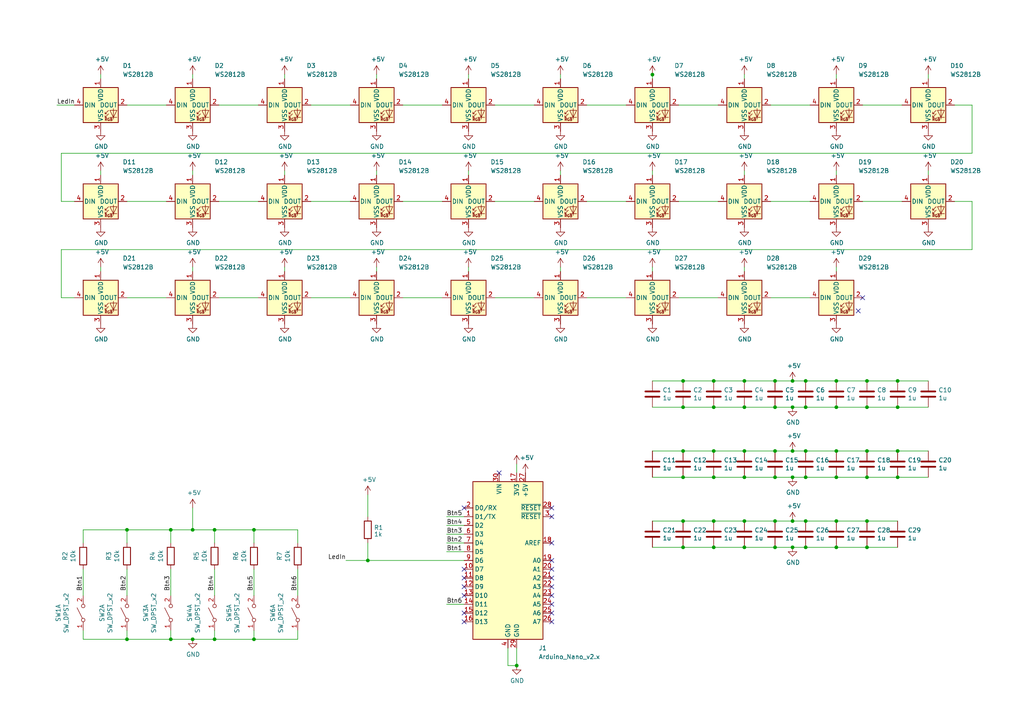
<source format=kicad_sch>
(kicad_sch (version 20230121) (generator eeschema)
  (paper "A4")
  (lib_symbols
    (symbol "BottleBlink-rescue:+3.3V-power" (power) (pin_names (offset 0))
      (property "Value" "+3.3V-power" (at 0 3.556 0))
      (symbol "+3.3V-power_0_1"
        (polyline (pts (xy -0.762 1.27) (xy 0 2.54)))
        (polyline (pts (xy 0 0) (xy 0 2.54)))
        (polyline (pts (xy 0 2.54) (xy 0.762 1.27)))
      )
      (symbol "+3.3V-power_1_1"
        (pin power_in line (at 0 0 90) (length 0) hide (name "+3V3") (number "1"))
      )
    )
    (symbol "Device:C" (pin_numbers hide) (pin_names (offset 0.254))
      (property "Reference" "C" (at 0.635 2.54 0))
      (property "Value" "C" (at 0.635 -2.54 0))
      (symbol "C_0_1"
        (polyline (pts (xy -2.032 -0.762) (xy 2.032 -0.762)) (stroke (width 0.508)))
        (polyline (pts (xy -2.032 0.762) (xy 2.032 0.762)) (stroke (width 0.508)))
      )
      (symbol "C_1_1"
        (pin passive line (at 0 3.81 270) (length 2.794) (name "~") (number "1"))
        (pin passive line (at 0 -3.81 90) (length 2.794) (name "~") (number "2"))
      )
    )
    (symbol "Device:R" (pin_numbers hide) (pin_names (offset 0))
      (property "Reference" "R" (at 2.032 0 90))
      (property "Value" "R" (at 0 0 90))
      (symbol "R_0_1"
        (rectangle (start -1.016 -2.54) (end 1.016 2.54) (stroke (width 0.254)))
      )
      (symbol "R_1_1"
        (pin passive line (at 0 3.81 270) (length 1.27) (name "~") (number "1"))
        (pin passive line (at 0 -3.81 90) (length 1.27) (name "~") (number "2"))
      )
    )
    (symbol "LED:WS2812B" (pin_names (offset 0.254))
      (property "Reference" "D" (at 5.08 5.715 0))
      (property "Value" "WS2812B" (at 1.27 -5.715 0))
      (symbol "WS2812B_0_0"
        (text "RGB" (at 2.286 -4.191 0) (effects (font (size 0.762 0.762))))
      )
      (symbol "WS2812B_0_1"
        (polyline (pts (xy 1.27 -3.556) (xy 1.778 -3.556)))
        (polyline (pts (xy 1.27 -2.54) (xy 1.778 -2.54)))
        (polyline (pts (xy 4.699 -3.556) (xy 2.667 -3.556)))
        (polyline (pts (xy 2.286 -2.54) (xy 1.27 -3.556) (xy 1.27 -3.048)))
        (polyline (pts (xy 2.286 -1.524) (xy 1.27 -2.54) (xy 1.27 -2.032)))
        (polyline (pts (xy 3.683 -1.016) (xy 3.683 -3.556) (xy 3.683 -4.064)))
        (polyline (pts (xy 4.699 -1.524) (xy 2.667 -1.524) (xy 3.683 -3.556) (xy 4.699 -1.524)))
        (rectangle (start 5.08 5.08) (end -5.08 -5.08) (stroke (width 0.254)) (fill (type background)))
      )
      (symbol "WS2812B_1_1"
        (pin power_in line (at 0 7.62 270) (length 2.54) (name "VDD") (number "1"))
        (pin output line (at 7.62 0 180) (length 2.54) (name "DOUT") (number "2"))
        (pin power_in line (at 0 -7.62 90) (length 2.54) (name "VSS") (number "3"))
        (pin input line (at -7.62 0 0) (length 2.54) (name "DIN") (number "4"))
      )
    )
    (symbol "MCU_Module:Arduino_Nano_v2.x"
      (property "Reference" "A" (at -10.16 23.495 0))
      (property "Value" "Arduino_Nano_v2.x" (at 5.08 -24.13 0))
      (symbol "Arduino_Nano_v2.x_0_1"
        (rectangle (start -10.16 22.86) (end 10.16 -22.86) (stroke (width 0.254)) (fill (type background)))
      )
      (symbol "Arduino_Nano_v2.x_1_1"
        (pin bidirectional line (at -12.7 12.7 0) (length 2.54) (name "D1/TX") (number "1"))
        (pin bidirectional line (at -12.7 -2.54 0) (length 2.54) (name "D7") (number "10"))
        (pin bidirectional line (at -12.7 -5.08 0) (length 2.54) (name "D8") (number "11"))
        (pin bidirectional line (at -12.7 -7.62 0) (length 2.54) (name "D9") (number "12"))
        (pin bidirectional line (at -12.7 -10.16 0) (length 2.54) (name "D10") (number "13"))
        (pin bidirectional line (at -12.7 -12.7 0) (length 2.54) (name "D11") (number "14"))
        (pin bidirectional line (at -12.7 -15.24 0) (length 2.54) (name "D12") (number "15"))
        (pin bidirectional line (at -12.7 -17.78 0) (length 2.54) (name "D13") (number "16"))
        (pin power_out line (at 2.54 25.4 270) (length 2.54) (name "3V3") (number "17"))
        (pin input line (at 12.7 5.08 180) (length 2.54) (name "AREF") (number "18"))
        (pin bidirectional line (at 12.7 0 180) (length 2.54) (name "A0") (number "19"))
        (pin bidirectional line (at -12.7 15.24 0) (length 2.54) (name "D0/RX") (number "2"))
        (pin bidirectional line (at 12.7 -2.54 180) (length 2.54) (name "A1") (number "20"))
        (pin bidirectional line (at 12.7 -5.08 180) (length 2.54) (name "A2") (number "21"))
        (pin bidirectional line (at 12.7 -7.62 180) (length 2.54) (name "A3") (number "22"))
        (pin bidirectional line (at 12.7 -10.16 180) (length 2.54) (name "A4") (number "23"))
        (pin bidirectional line (at 12.7 -12.7 180) (length 2.54) (name "A5") (number "24"))
        (pin bidirectional line (at 12.7 -15.24 180) (length 2.54) (name "A6") (number "25"))
        (pin bidirectional line (at 12.7 -17.78 180) (length 2.54) (name "A7") (number "26"))
        (pin power_out line (at 5.08 25.4 270) (length 2.54) (name "+5V") (number "27"))
        (pin input line (at 12.7 15.24 180) (length 2.54) (name "~{RESET}") (number "28"))
        (pin power_in line (at 2.54 -25.4 90) (length 2.54) (name "GND") (number "29"))
        (pin input line (at 12.7 12.7 180) (length 2.54) (name "~{RESET}") (number "3"))
        (pin power_in line (at -2.54 25.4 270) (length 2.54) (name "VIN") (number "30"))
        (pin power_in line (at 0 -25.4 90) (length 2.54) (name "GND") (number "4"))
        (pin bidirectional line (at -12.7 10.16 0) (length 2.54) (name "D2") (number "5"))
        (pin bidirectional line (at -12.7 7.62 0) (length 2.54) (name "D3") (number "6"))
        (pin bidirectional line (at -12.7 5.08 0) (length 2.54) (name "D4") (number "7"))
        (pin bidirectional line (at -12.7 2.54 0) (length 2.54) (name "D5") (number "8"))
        (pin bidirectional line (at -12.7 0 0) (length 2.54) (name "D6") (number "9"))
      )
    )
    (symbol "Switch:SW_DPST_x2" (pin_names (offset 0) hide)
      (property "Reference" "SW" (at 0 3.175 0))
      (property "Value" "SW_DPST_x2" (at 0 -2.54 0))
      (symbol "SW_DPST_x2_0_0"
        (circle (center -2.032 0) (radius 0.508))
        (polyline (pts (xy -1.524 0.254) (xy 1.524 1.778)))
        (circle (center 2.032 0) (radius 0.508))
      )
      (symbol "SW_DPST_x2_1_1"
        (pin passive line (at -5.08 0 0) (length 2.54) (name "A") (number "1"))
        (pin passive line (at 5.08 0 180) (length 2.54) (name "B") (number "2"))
      )
      (symbol "SW_DPST_x2_2_1"
        (pin passive line (at -5.08 0 0) (length 2.54) (name "A") (number "3"))
        (pin passive line (at 5.08 0 180) (length 2.54) (name "B") (number "4"))
      )
    )
    (symbol "power:+5V" (power) (pin_names (offset 0))
      (property "Value" "+5V" (at 0 3.556 0))
      (symbol "+5V_0_1"
        (polyline (pts (xy -0.762 1.27) (xy 0 2.54)))
        (polyline (pts (xy 0 0) (xy 0 2.54)))
        (polyline (pts (xy 0 2.54) (xy 0.762 1.27)))
      )
      (symbol "+5V_1_1"
        (pin power_in line (at 0 0 90) (length 0) hide (name "+5V") (number "1"))
      )
    )
    (symbol "power:GND" (power) (pin_names (offset 0))
      (property "Value" "GND" (at 0 -3.81 0))
      (symbol "GND_0_1"
        (polyline (pts (xy 0 0) (xy 0 -1.27) (xy 1.27 -1.27) (xy 0 -2.54) (xy -1.27 -1.27) (xy 0 -1.27)))
      )
      (symbol "GND_1_1"
        (pin power_in line (at 0 0 270) (length 0) hide (name "GND") (number "1"))
      )
    )
  )
  (junction (at 242.57 138.43))
  (junction (at 149.86 193.04))
  (junction (at 215.9 138.43))
  (junction (at 229.87 110.49))
  (junction (at 242.57 118.11))
  (junction (at 251.46 130.81))
  (junction (at 251.46 110.49))
  (junction (at 260.35 138.43))
  (junction (at 73.66 185.42))
  (junction (at 215.9 158.75))
  (junction (at 55.88 153.67))
  (junction (at 233.68 118.11))
  (junction (at 198.12 151.13))
  (junction (at 233.68 110.49))
  (junction (at 224.79 118.11))
  (junction (at 207.01 118.11))
  (junction (at 198.12 158.75))
  (junction (at 242.57 110.49))
  (junction (at 229.87 138.43))
  (junction (at 251.46 158.75))
  (junction (at 207.01 151.13))
  (junction (at 260.35 130.81))
  (junction (at 224.79 110.49))
  (junction (at 260.35 110.49))
  (junction (at 224.79 158.75))
  (junction (at 229.87 158.75))
  (junction (at 62.23 185.42))
  (junction (at 189.23 21.6388))
  (junction (at 251.46 118.11))
  (junction (at 207.01 110.49))
  (junction (at 36.83 153.67))
  (junction (at 73.66 153.67))
  (junction (at 229.87 118.11))
  (junction (at 242.57 151.13))
  (junction (at 260.35 118.11))
  (junction (at 215.9 118.11))
  (junction (at 233.68 138.43))
  (junction (at 36.83 185.42))
  (junction (at 49.53 153.67))
  (junction (at 215.9 110.49))
  (junction (at 207.01 130.81))
  (junction (at 224.79 138.43))
  (junction (at 207.01 158.75))
  (junction (at 106.68 162.56))
  (junction (at 198.12 110.49))
  (junction (at 233.68 130.81))
  (junction (at 224.79 130.81))
  (junction (at 233.68 151.13))
  (junction (at 224.79 151.13))
  (junction (at 215.9 151.13))
  (junction (at 198.12 130.81))
  (junction (at 49.53 185.42))
  (junction (at 215.9 130.81))
  (junction (at 229.87 151.13))
  (junction (at 207.01 138.43))
  (junction (at 251.46 151.13))
  (junction (at 242.57 130.81))
  (junction (at 198.12 118.11))
  (junction (at 62.23 153.67))
  (junction (at 198.12 138.43))
  (junction (at 242.57 158.75))
  (junction (at 55.88 185.42))
  (junction (at 229.87 130.81))
  (junction (at 233.68 158.75))
  (junction (at 251.46 138.43))
  (no_connect (at 250.19 86.36))
  (no_connect (at 160.02 167.64))
  (no_connect (at 160.02 180.34))
  (no_connect (at 144.78 137.16))
  (no_connect (at 134.62 147.32))
  (no_connect (at 134.62 170.18))
  (no_connect (at 160.02 177.8))
  (no_connect (at 160.02 149.86))
  (no_connect (at 134.62 180.34))
  (no_connect (at 134.62 177.8))
  (no_connect (at 134.62 172.72))
  (no_connect (at 160.02 172.72))
  (no_connect (at 160.02 162.56))
  (no_connect (at 160.02 147.32))
  (no_connect (at 134.62 167.64))
  (no_connect (at 160.02 175.26))
  (no_connect (at 160.02 157.48))
  (no_connect (at 134.62 165.1))
  (no_connect (at 160.02 170.18))
  (no_connect (at 160.02 165.1))
  (no_connect (at 248.92 90.17))
  (wire (pts (xy 250.19 30.48) (xy 261.62 30.48)))
  (wire (pts (xy 224.79 138.43) (xy 229.87 138.43)))
  (wire (pts (xy 242.57 78.74) (xy 242.57 77.47)))
  (wire (pts (xy 189.23 138.43) (xy 198.12 138.43)))
  (wire (pts (xy 233.68 151.13) (xy 229.87 151.13)))
  (wire (pts (xy 170.18 58.42) (xy 181.61 58.42)))
  (wire (pts (xy 189.23 78.74) (xy 189.23 77.47)))
  (wire (pts (xy 189.23 50.8) (xy 189.23 49.53)))
  (wire (pts (xy 86.36 157.48) (xy 86.36 153.67)))
  (wire (pts (xy 198.12 118.11) (xy 207.01 118.11)))
  (wire (pts (xy 36.83 157.48) (xy 36.83 153.67)))
  (wire (pts (xy 49.53 185.42) (xy 49.53 182.88)))
  (wire (pts (xy 100.33 162.56) (xy 106.68 162.56)))
  (wire (pts (xy 82.55 78.74) (xy 82.55 77.47)))
  (wire (pts (xy 233.68 138.43) (xy 242.57 138.43)))
  (wire (pts (xy 215.9 138.43) (xy 224.79 138.43)))
  (wire (pts (xy 116.84 86.36) (xy 128.27 86.36)))
  (wire (pts (xy 24.13 185.42) (xy 36.83 185.42)))
  (wire (pts (xy 29.21 22.86) (xy 29.21 21.59)))
  (wire (pts (xy 63.5 30.48) (xy 74.93 30.48)))
  (wire (pts (xy 24.13 185.42) (xy 24.13 182.88)))
  (wire (pts (xy 242.57 110.49) (xy 233.68 110.49)))
  (wire (pts (xy 36.83 30.48) (xy 48.26 30.48)))
  (wire (pts (xy 109.22 78.74) (xy 109.22 77.47)))
  (wire (pts (xy 63.5 58.42) (xy 74.93 58.42)))
  (wire (pts (xy 207.01 158.75) (xy 215.9 158.75)))
  (wire (pts (xy 269.24 50.8) (xy 269.24 49.53)))
  (wire (pts (xy 269.24 22.86) (xy 269.24 21.59)))
  (wire (pts (xy 189.23 21.6388) (xy 189.23 21.59)))
  (wire (pts (xy 149.86 193.04) (xy 149.86 187.96)))
  (wire (pts (xy 260.35 151.13) (xy 251.46 151.13)))
  (wire (pts (xy 251.46 110.49) (xy 242.57 110.49)))
  (wire (pts (xy 242.57 50.8) (xy 242.57 49.53)))
  (wire (pts (xy 189.23 158.75) (xy 198.12 158.75)))
  (wire (pts (xy 86.36 165.1) (xy 86.36 172.72)))
  (wire (pts (xy 251.46 151.13) (xy 242.57 151.13)))
  (wire (pts (xy 135.89 78.74) (xy 135.89 77.47)))
  (wire (pts (xy 223.52 58.42) (xy 234.95 58.42)))
  (wire (pts (xy 55.88 22.86) (xy 55.88 21.59)))
  (wire (pts (xy 55.88 78.74) (xy 55.88 77.47)))
  (wire (pts (xy 242.57 158.75) (xy 251.46 158.75)))
  (wire (pts (xy 207.01 151.13) (xy 198.12 151.13)))
  (wire (pts (xy 251.46 158.75) (xy 260.35 158.75)))
  (wire (pts (xy 170.18 86.36) (xy 181.61 86.36)))
  (wire (pts (xy 55.88 50.8) (xy 55.88 49.53)))
  (wire (pts (xy 143.51 86.36) (xy 154.94 86.36)))
  (wire (pts (xy 62.23 165.1) (xy 62.23 172.72)))
  (wire (pts (xy 229.87 151.13) (xy 224.79 151.13)))
  (wire (pts (xy 62.23 185.42) (xy 73.66 185.42)))
  (wire (pts (xy 260.35 130.81) (xy 251.46 130.81)))
  (wire (pts (xy 134.62 157.48) (xy 129.54 157.48)))
  (wire (pts (xy 207.01 130.81) (xy 198.12 130.81)))
  (wire (pts (xy 17.78 72.39) (xy 281.94 72.39)))
  (wire (pts (xy 170.18 30.48) (xy 181.61 30.48)))
  (wire (pts (xy 251.46 118.11) (xy 260.35 118.11)))
  (wire (pts (xy 251.46 138.43) (xy 260.35 138.43)))
  (wire (pts (xy 134.62 152.4) (xy 129.54 152.4)))
  (wire (pts (xy 90.17 30.48) (xy 101.6 30.48)))
  (wire (pts (xy 224.79 130.81) (xy 215.9 130.81)))
  (wire (pts (xy 49.53 153.67) (xy 55.88 153.67)))
  (wire (pts (xy 24.13 153.67) (xy 36.83 153.67)))
  (wire (pts (xy 189.23 22.86) (xy 189.23 21.6388)))
  (wire (pts (xy 24.13 165.1) (xy 24.13 172.72)))
  (wire (pts (xy 162.56 22.86) (xy 162.56 21.59)))
  (wire (pts (xy 229.87 130.81) (xy 224.79 130.81)))
  (wire (pts (xy 106.68 162.56) (xy 134.62 162.56)))
  (wire (pts (xy 215.9 158.75) (xy 224.79 158.75)))
  (wire (pts (xy 198.12 110.49) (xy 189.23 110.49)))
  (wire (pts (xy 242.57 138.43) (xy 251.46 138.43)))
  (wire (pts (xy 36.83 86.36) (xy 48.26 86.36)))
  (wire (pts (xy 251.46 130.81) (xy 242.57 130.81)))
  (wire (pts (xy 198.12 138.43) (xy 207.01 138.43)))
  (wire (pts (xy 134.62 160.02) (xy 129.54 160.02)))
  (wire (pts (xy 215.9 22.86) (xy 215.9 21.59)))
  (wire (pts (xy 196.85 86.36) (xy 208.28 86.36)))
  (wire (pts (xy 24.13 153.67) (xy 24.13 157.48)))
  (wire (pts (xy 106.68 157.48) (xy 106.68 162.56)))
  (wire (pts (xy 224.79 110.49) (xy 215.9 110.49)))
  (wire (pts (xy 73.66 153.67) (xy 73.66 157.48)))
  (wire (pts (xy 215.9 78.74) (xy 215.9 77.47)))
  (wire (pts (xy 63.5 86.36) (xy 74.93 86.36)))
  (wire (pts (xy 250.19 58.42) (xy 261.62 58.42)))
  (wire (pts (xy 73.66 153.67) (xy 86.36 153.67)))
  (wire (pts (xy 162.56 50.8) (xy 162.56 49.53)))
  (wire (pts (xy 242.57 130.81) (xy 233.68 130.81)))
  (wire (pts (xy 21.59 30.48) (xy 16.51 30.48)))
  (wire (pts (xy 143.51 58.42) (xy 154.94 58.42)))
  (wire (pts (xy 196.85 30.48) (xy 208.28 30.48)))
  (wire (pts (xy 36.83 182.88) (xy 36.83 185.42)))
  (wire (pts (xy 229.87 110.49) (xy 224.79 110.49)))
  (wire (pts (xy 134.62 149.86) (xy 129.54 149.86)))
  (wire (pts (xy 49.53 185.42) (xy 55.88 185.42)))
  (wire (pts (xy 106.68 143.51) (xy 106.68 149.86)))
  (wire (pts (xy 134.62 154.94) (xy 129.54 154.94)))
  (wire (pts (xy 198.12 151.13) (xy 189.23 151.13)))
  (wire (pts (xy 207.01 110.49) (xy 215.9 110.49)))
  (wire (pts (xy 229.87 158.75) (xy 233.68 158.75)))
  (wire (pts (xy 29.21 50.8) (xy 29.21 49.53)))
  (wire (pts (xy 198.12 110.49) (xy 207.01 110.49)))
  (wire (pts (xy 189.23 118.11) (xy 198.12 118.11)))
  (wire (pts (xy 215.9 50.8) (xy 215.9 49.53)))
  (wire (pts (xy 215.9 130.81) (xy 207.01 130.81)))
  (wire (pts (xy 260.35 118.11) (xy 269.24 118.11)))
  (wire (pts (xy 260.35 110.49) (xy 251.46 110.49)))
  (wire (pts (xy 109.22 50.8) (xy 109.22 49.53)))
  (wire (pts (xy 36.83 165.1) (xy 36.83 172.72)))
  (wire (pts (xy 134.62 175.26) (xy 129.54 175.26)))
  (wire (pts (xy 215.9 118.11) (xy 224.79 118.11)))
  (wire (pts (xy 223.52 30.48) (xy 234.95 30.48)))
  (wire (pts (xy 82.55 50.8) (xy 82.55 49.53)))
  (wire (pts (xy 49.53 153.67) (xy 49.53 157.48)))
  (wire (pts (xy 207.01 118.11) (xy 215.9 118.11)))
  (wire (pts (xy 242.57 151.13) (xy 233.68 151.13)))
  (wire (pts (xy 233.68 130.81) (xy 229.87 130.81)))
  (wire (pts (xy 36.83 185.42) (xy 49.53 185.42)))
  (wire (pts (xy 73.66 165.1) (xy 73.66 172.72)))
  (wire (pts (xy 229.87 138.43) (xy 233.68 138.43)))
  (wire (pts (xy 17.78 58.42) (xy 17.78 44.45)))
  (wire (pts (xy 269.24 110.49) (xy 260.35 110.49)))
  (wire (pts (xy 55.88 185.42) (xy 62.23 185.42)))
  (wire (pts (xy 281.94 30.48) (xy 276.86 30.48)))
  (wire (pts (xy 62.23 182.88) (xy 62.23 185.42)))
  (wire (pts (xy 147.32 193.04) (xy 149.86 193.04)))
  (wire (pts (xy 90.17 58.42) (xy 101.6 58.42)))
  (wire (pts (xy 149.86 137.16) (xy 149.86 134.62)))
  (wire (pts (xy 224.79 118.11) (xy 229.87 118.11)))
  (wire (pts (xy 224.79 158.75) (xy 229.87 158.75)))
  (wire (pts (xy 36.83 58.42) (xy 48.26 58.42)))
  (wire (pts (xy 196.85 58.42) (xy 208.28 58.42)))
  (wire (pts (xy 82.55 22.86) (xy 82.55 21.59)))
  (wire (pts (xy 233.68 118.11) (xy 242.57 118.11)))
  (wire (pts (xy 198.12 130.81) (xy 189.23 130.81)))
  (wire (pts (xy 276.86 58.42) (xy 281.94 58.42)))
  (wire (pts (xy 73.66 185.42) (xy 86.36 185.42)))
  (wire (pts (xy 55.88 153.67) (xy 62.23 153.67)))
  (wire (pts (xy 162.56 78.74) (xy 162.56 77.47)))
  (wire (pts (xy 90.17 86.36) (xy 101.6 86.36)))
  (wire (pts (xy 281.94 44.45) (xy 281.94 30.48)))
  (wire (pts (xy 198.12 158.75) (xy 207.01 158.75)))
  (wire (pts (xy 260.35 138.43) (xy 269.24 138.43)))
  (wire (pts (xy 242.57 22.86) (xy 242.57 21.59)))
  (wire (pts (xy 224.79 151.13) (xy 215.9 151.13)))
  (wire (pts (xy 86.36 182.88) (xy 86.36 185.42)))
  (wire (pts (xy 147.32 193.04) (xy 147.32 187.96)))
  (wire (pts (xy 21.59 86.36) (xy 17.78 86.36)))
  (wire (pts (xy 29.21 78.74) (xy 29.21 77.47)))
  (wire (pts (xy 143.51 30.48) (xy 154.94 30.48)))
  (wire (pts (xy 21.59 58.42) (xy 17.78 58.42)))
  (wire (pts (xy 116.84 30.48) (xy 128.27 30.48)))
  (wire (pts (xy 135.89 22.86) (xy 135.89 21.59)))
  (wire (pts (xy 109.22 22.86) (xy 109.22 21.59)))
  (wire (pts (xy 62.23 157.48) (xy 62.23 153.67)))
  (wire (pts (xy 215.9 151.13) (xy 207.01 151.13)))
  (wire (pts (xy 269.24 130.81) (xy 260.35 130.81)))
  (wire (pts (xy 233.68 158.75) (xy 242.57 158.75)))
  (wire (pts (xy 135.89 50.8) (xy 135.89 49.53)))
  (wire (pts (xy 207.01 138.43) (xy 215.9 138.43)))
  (wire (pts (xy 17.78 86.36) (xy 17.78 72.39)))
  (wire (pts (xy 116.84 58.42) (xy 128.27 58.42)))
  (wire (pts (xy 55.88 153.67) (xy 55.88 147.32)))
  (wire (pts (xy 17.78 44.45) (xy 281.94 44.45)))
  (wire (pts (xy 73.66 185.42) (xy 73.66 182.88)))
  (wire (pts (xy 62.23 153.67) (xy 73.66 153.67)))
  (wire (pts (xy 49.53 165.1) (xy 49.53 172.72)))
  (wire (pts (xy 233.68 110.49) (xy 229.87 110.49)))
  (wire (pts (xy 229.87 118.11) (xy 233.68 118.11)))
  (wire (pts (xy 36.83 153.67) (xy 49.53 153.67)))
  (wire (pts (xy 242.57 118.11) (xy 251.46 118.11)))
  (wire (pts (xy 281.94 72.39) (xy 281.94 58.42)))
  (wire (pts (xy 223.52 86.36) (xy 234.95 86.36)))
  (label "LedIn" (at 16.51 30.48 0))
  (label "Btn2" (at 36.83 171.45 90))
  (label "Btn4" (at 62.23 171.45 90))
  (label "LedIn" (at 100.33 162.56 180))
  (label "Btn6" (at 86.36 171.45 90))
  (label "Btn4" (at 129.54 152.4 0))
  (label "Btn2" (at 129.54 157.48 0))
  (label "Btn3" (at 129.54 154.94 0))
  (label "Btn1" (at 24.13 171.45 90))
  (label "Btn3" (at 49.53 171.45 90))
  (label "Btn5" (at 129.54 149.86 0))
  (label "Btn1" (at 129.54 160.02 0))
  (label "Btn5" (at 73.66 171.45 90))
  (label "Btn6" (at 129.54 175.26 0))
  (symbol (lib_id "LED:WS2812B") (at 82.55 30.48 0) (unit 1)
    (property "Reference" "D3" (at 88.9 19.05 0) (effects (justify left)))
    (property "Value" "WS2812B" (at 88.9 21.59 0) (effects (justify left)))
    (property "Footprint" "LED_SMD:LED_WS2812B_PLCC4_5.0x5.0mm_P3.2mm" (effects hide))
    (property "Datasheet" "https://cdn-shop.adafruit.com/datasheets/WS2812B.pdf" (effects hide))
    (property "LCSC" "C2920042" (effects hide))
  )
  (symbol (lib_id "LED:WS2812B") (at 109.22 30.48 0) (unit 1)
    (property "Reference" "D4" (at 115.57 19.05 0) (effects (justify left)))
    (property "Value" "WS2812B" (at 115.57 21.59 0) (effects (justify left)))
    (property "Footprint" "LED_SMD:LED_WS2812B_PLCC4_5.0x5.0mm_P3.2mm" (effects hide))
    (property "Datasheet" "https://cdn-shop.adafruit.com/datasheets/WS2812B.pdf" (effects hide))
    (property "LCSC" "C2920042" (effects hide))
  )
  (symbol (lib_id "LED:WS2812B") (at 135.89 30.48 0) (unit 1)
    (property "Reference" "D5" (at 142.24 19.05 0) (effects (justify left)))
    (property "Value" "WS2812B" (at 142.24 21.59 0) (effects (justify left)))
    (property "Footprint" "LED_SMD:LED_WS2812B_PLCC4_5.0x5.0mm_P3.2mm" (effects hide))
    (property "Datasheet" "https://cdn-shop.adafruit.com/datasheets/WS2812B.pdf" (effects hide))
    (property "LCSC" "C2920042" (effects hide))
  )
  (symbol (lib_id "LED:WS2812B") (at 162.56 30.48 0) (unit 1)
    (property "Reference" "D6" (at 168.91 19.05 0) (effects (justify left)))
    (property "Value" "WS2812B" (at 168.91 21.59 0) (effects (justify left)))
    (property "Footprint" "LED_SMD:LED_WS2812B_PLCC4_5.0x5.0mm_P3.2mm" (effects hide))
    (property "Datasheet" "https://cdn-shop.adafruit.com/datasheets/WS2812B.pdf" (effects hide))
    (property "LCSC" "C2920042" (effects hide))
  )
  (symbol (lib_id "LED:WS2812B") (at 189.23 30.48 0) (unit 1)
    (property "Reference" "D7" (at 195.58 19.05 0) (effects (justify left)))
    (property "Value" "WS2812B" (at 195.58 21.59 0) (effects (justify left)))
    (property "Footprint" "LED_SMD:LED_WS2812B_PLCC4_5.0x5.0mm_P3.2mm" (effects hide))
    (property "Datasheet" "https://cdn-shop.adafruit.com/datasheets/WS2812B.pdf" (effects hide))
    (property "LCSC" "C2920042" (effects hide))
  )
  (symbol (lib_id "LED:WS2812B") (at 215.9 30.48 0) (unit 1)
    (property "Reference" "D8" (at 222.25 19.05 0) (effects (justify left)))
    (property "Value" "WS2812B" (at 222.25 21.59 0) (effects (justify left)))
    (property "Footprint" "LED_SMD:LED_WS2812B_PLCC4_5.0x5.0mm_P3.2mm" (effects hide))
    (property "Datasheet" "https://cdn-shop.adafruit.com/datasheets/WS2812B.pdf" (effects hide))
    (property "LCSC" "C2920042" (effects hide))
  )
  (symbol (lib_id "LED:WS2812B") (at 242.57 30.48 0) (unit 1)
    (property "Reference" "D9" (at 248.92 19.05 0) (effects (justify left)))
    (property "Value" "WS2812B" (at 248.92 21.59 0) (effects (justify left)))
    (property "Footprint" "LED_SMD:LED_WS2812B_PLCC4_5.0x5.0mm_P3.2mm" (effects hide))
    (property "Datasheet" "https://cdn-shop.adafruit.com/datasheets/WS2812B.pdf" (effects hide))
    (property "LCSC" "C2920042" (effects hide))
  )
  (symbol (lib_id "LED:WS2812B") (at 269.24 30.48 0) (unit 1)
    (property "Reference" "D10" (at 275.59 19.05 0) (effects (justify left)))
    (property "Value" "WS2812B" (at 275.59 21.59 0) (effects (justify left)))
    (property "Footprint" "LED_SMD:LED_WS2812B_PLCC4_5.0x5.0mm_P3.2mm" (effects hide))
    (property "Datasheet" "https://cdn-shop.adafruit.com/datasheets/WS2812B.pdf" (effects hide))
    (property "LCSC" "C2920042" (effects hide))
  )
  (symbol (lib_id "LED:WS2812B") (at 29.21 30.48 0) (unit 1)
    (property "Reference" "D1" (at 35.56 19.05 0) (effects (justify left)))
    (property "Value" "WS2812B" (at 35.56 21.59 0) (effects (justify left)))
    (property "Footprint" "LED_SMD:LED_WS2812B_PLCC4_5.0x5.0mm_P3.2mm" (effects hide))
    (property "Datasheet" "https://cdn-shop.adafruit.com/datasheets/WS2812B.pdf" (effects hide))
    (property "LCSC" "C2920042" (effects hide))
  )
  (symbol (lib_id "LED:WS2812B") (at 55.88 30.48 0) (unit 1)
    (property "Reference" "D2" (at 62.23 19.05 0) (effects (justify left)))
    (property "Value" "WS2812B" (at 62.23 21.59 0) (effects (justify left)))
    (property "Footprint" "LED_SMD:LED_WS2812B_PLCC4_5.0x5.0mm_P3.2mm" (effects hide))
    (property "Datasheet" "https://cdn-shop.adafruit.com/datasheets/WS2812B.pdf" (effects hide))
    (property "LCSC" "C2920042" (effects hide))
  )
  (symbol (lib_id "LED:WS2812B") (at 82.55 58.42 0) (unit 1)
    (property "Reference" "D13" (at 88.9 46.99 0) (effects (justify left)))
    (property "Value" "WS2812B" (at 88.9 49.53 0) (effects (justify left)))
    (property "Footprint" "LED_SMD:LED_WS2812B_PLCC4_5.0x5.0mm_P3.2mm" (effects hide))
    (property "Datasheet" "https://cdn-shop.adafruit.com/datasheets/WS2812B.pdf" (effects hide))
    (property "LCSC" "C2920042" (effects hide))
  )
  (symbol (lib_id "LED:WS2812B") (at 109.22 58.42 0) (unit 1)
    (property "Reference" "D14" (at 115.57 46.99 0) (effects (justify left)))
    (property "Value" "WS2812B" (at 115.57 49.53 0) (effects (justify left)))
    (property "Footprint" "LED_SMD:LED_WS2812B_PLCC4_5.0x5.0mm_P3.2mm" (effects hide))
    (property "Datasheet" "https://cdn-shop.adafruit.com/datasheets/WS2812B.pdf" (effects hide))
    (property "LCSC" "C2920042" (effects hide))
  )
  (symbol (lib_id "LED:WS2812B") (at 135.89 58.42 0) (unit 1)
    (property "Reference" "D15" (at 142.24 46.99 0) (effects (justify left)))
    (property "Value" "WS2812B" (at 142.24 49.53 0) (effects (justify left)))
    (property "Footprint" "LED_SMD:LED_WS2812B_PLCC4_5.0x5.0mm_P3.2mm" (effects hide))
    (property "Datasheet" "https://cdn-shop.adafruit.com/datasheets/WS2812B.pdf" (effects hide))
    (property "LCSC" "C2920042" (effects hide))
  )
  (symbol (lib_id "LED:WS2812B") (at 162.56 58.42 0) (unit 1)
    (property "Reference" "D16" (at 168.91 46.99 0) (effects (justify left)))
    (property "Value" "WS2812B" (at 168.91 49.53 0) (effects (justify left)))
    (property "Footprint" "LED_SMD:LED_WS2812B_PLCC4_5.0x5.0mm_P3.2mm" (effects hide))
    (property "Datasheet" "https://cdn-shop.adafruit.com/datasheets/WS2812B.pdf" (effects hide))
    (property "LCSC" "C2920042" (effects hide))
  )
  (symbol (lib_id "LED:WS2812B") (at 189.23 58.42 0) (unit 1)
    (property "Reference" "D17" (at 195.58 46.99 0) (effects (justify left)))
    (property "Value" "WS2812B" (at 195.58 49.53 0) (effects (justify left)))
    (property "Footprint" "LED_SMD:LED_WS2812B_PLCC4_5.0x5.0mm_P3.2mm" (effects hide))
    (property "Datasheet" "https://cdn-shop.adafruit.com/datasheets/WS2812B.pdf" (effects hide))
    (property "LCSC" "C2920042" (effects hide))
  )
  (symbol (lib_id "LED:WS2812B") (at 215.9 58.42 0) (unit 1)
    (property "Reference" "D18" (at 222.25 46.99 0) (effects (justify left)))
    (property "Value" "WS2812B" (at 222.25 49.53 0) (effects (justify left)))
    (property "Footprint" "LED_SMD:LED_WS2812B_PLCC4_5.0x5.0mm_P3.2mm" (effects hide))
    (property "Datasheet" "https://cdn-shop.adafruit.com/datasheets/WS2812B.pdf" (effects hide))
    (property "LCSC" "C2920042" (effects hide))
  )
  (symbol (lib_id "LED:WS2812B") (at 242.57 58.42 0) (unit 1)
    (property "Reference" "D19" (at 248.92 46.99 0) (effects (justify left)))
    (property "Value" "WS2812B" (at 248.92 49.53 0) (effects (justify left)))
    (property "Footprint" "LED_SMD:LED_WS2812B_PLCC4_5.0x5.0mm_P3.2mm" (effects hide))
    (property "Datasheet" "https://cdn-shop.adafruit.com/datasheets/WS2812B.pdf" (effects hide))
    (property "LCSC" "C2920042" (effects hide))
  )
  (symbol (lib_id "LED:WS2812B") (at 269.24 58.42 0) (unit 1)
    (property "Reference" "D20" (at 275.59 46.99 0) (effects (justify left)))
    (property "Value" "WS2812B" (at 275.59 49.53 0) (effects (justify left)))
    (property "Footprint" "LED_SMD:LED_WS2812B_PLCC4_5.0x5.0mm_P3.2mm" (effects hide))
    (property "Datasheet" "https://cdn-shop.adafruit.com/datasheets/WS2812B.pdf" (effects hide))
    (property "LCSC" "C2920042" (effects hide))
  )
  (symbol (lib_id "LED:WS2812B") (at 29.21 58.42 0) (unit 1)
    (property "Reference" "D11" (at 35.56 46.99 0) (effects (justify left)))
    (property "Value" "WS2812B" (at 35.56 49.53 0) (effects (justify left)))
    (property "Footprint" "LED_SMD:LED_WS2812B_PLCC4_5.0x5.0mm_P3.2mm" (effects hide))
    (property "Datasheet" "https://cdn-shop.adafruit.com/datasheets/WS2812B.pdf" (effects hide))
    (property "LCSC" "C2920042" (effects hide))
  )
  (symbol (lib_id "LED:WS2812B") (at 55.88 58.42 0) (unit 1)
    (property "Reference" "D12" (at 62.23 46.99 0) (effects (justify left)))
    (property "Value" "WS2812B" (at 62.23 49.53 0) (effects (justify left)))
    (property "Footprint" "LED_SMD:LED_WS2812B_PLCC4_5.0x5.0mm_P3.2mm" (effects hide))
    (property "Datasheet" "https://cdn-shop.adafruit.com/datasheets/WS2812B.pdf" (effects hide))
    (property "LCSC" "C2920042" (effects hide))
  )
  (symbol (lib_id "LED:WS2812B") (at 82.55 86.36 0) (unit 1)
    (property "Reference" "D23" (at 88.9 74.93 0) (effects (justify left)))
    (property "Value" "WS2812B" (at 88.9 77.47 0) (effects (justify left)))
    (property "Footprint" "LED_SMD:LED_WS2812B_PLCC4_5.0x5.0mm_P3.2mm" (effects hide))
    (property "Datasheet" "https://cdn-shop.adafruit.com/datasheets/WS2812B.pdf" (effects hide))
    (property "LCSC" "C2920042" (effects hide))
  )
  (symbol (lib_id "LED:WS2812B") (at 109.22 86.36 0) (unit 1)
    (property "Reference" "D24" (at 115.57 74.93 0) (effects (justify left)))
    (property "Value" "WS2812B" (at 115.57 77.47 0) (effects (justify left)))
    (property "Footprint" "LED_SMD:LED_WS2812B_PLCC4_5.0x5.0mm_P3.2mm" (effects hide))
    (property "Datasheet" "https://cdn-shop.adafruit.com/datasheets/WS2812B.pdf" (effects hide))
    (property "LCSC" "C2920042" (effects hide))
  )
  (symbol (lib_id "LED:WS2812B") (at 135.89 86.36 0) (unit 1)
    (property "Reference" "D25" (at 142.24 74.93 0) (effects (justify left)))
    (property "Value" "WS2812B" (at 142.24 77.47 0) (effects (justify left)))
    (property "Footprint" "LED_SMD:LED_WS2812B_PLCC4_5.0x5.0mm_P3.2mm" (effects hide))
    (property "Datasheet" "https://cdn-shop.adafruit.com/datasheets/WS2812B.pdf" (effects hide))
    (property "LCSC" "C2920042" (effects hide))
  )
  (symbol (lib_id "LED:WS2812B") (at 162.56 86.36 0) (unit 1)
    (property "Reference" "D26" (at 168.91 74.93 0) (effects (justify left)))
    (property "Value" "WS2812B" (at 168.91 77.47 0) (effects (justify left)))
    (property "Footprint" "LED_SMD:LED_WS2812B_PLCC4_5.0x5.0mm_P3.2mm" (effects hide))
    (property "Datasheet" "https://cdn-shop.adafruit.com/datasheets/WS2812B.pdf" (effects hide))
    (property "LCSC" "C2920042" (effects hide))
  )
  (symbol (lib_id "LED:WS2812B") (at 189.23 86.36 0) (unit 1)
    (property "Reference" "D27" (at 195.58 74.93 0) (effects (justify left)))
    (property "Value" "WS2812B" (at 195.58 77.47 0) (effects (justify left)))
    (property "Footprint" "LED_SMD:LED_WS2812B_PLCC4_5.0x5.0mm_P3.2mm" (effects hide))
    (property "Datasheet" "https://cdn-shop.adafruit.com/datasheets/WS2812B.pdf" (effects hide))
    (property "LCSC" "C2920042" (effects hide))
  )
  (symbol (lib_id "LED:WS2812B") (at 215.9 86.36 0) (unit 1)
    (property "Reference" "D28" (at 222.25 74.93 0) (effects (justify left)))
    (property "Value" "WS2812B" (at 222.25 77.47 0) (effects (justify left)))
    (property "Footprint" "LED_SMD:LED_WS2812B_PLCC4_5.0x5.0mm_P3.2mm" (effects hide))
    (property "Datasheet" "https://cdn-shop.adafruit.com/datasheets/WS2812B.pdf" (effects hide))
    (property "LCSC" "C2920042" (effects hide))
  )
  (symbol (lib_id "LED:WS2812B") (at 242.57 86.36 0) (unit 1)
    (property "Reference" "D29" (at 248.92 74.93 0) (effects (justify left)))
    (property "Value" "WS2812B" (at 248.92 77.47 0) (effects (justify left)))
    (property "Footprint" "LED_SMD:LED_WS2812B_PLCC4_5.0x5.0mm_P3.2mm" (effects hide))
    (property "Datasheet" "https://cdn-shop.adafruit.com/datasheets/WS2812B.pdf" (effects hide))
    (property "LCSC" "C2920042" (effects hide))
  )
  (symbol (lib_id "LED:WS2812B") (at 29.21 86.36 0) (unit 1)
    (property "Reference" "D21" (at 35.56 74.93 0) (effects (justify left)))
    (property "Value" "WS2812B" (at 35.56 77.47 0) (effects (justify left)))
    (property "Footprint" "LED_SMD:LED_WS2812B_PLCC4_5.0x5.0mm_P3.2mm" (effects hide))
    (property "Datasheet" "https://cdn-shop.adafruit.com/datasheets/WS2812B.pdf" (effects hide))
    (property "LCSC" "C2920042" (effects hide))
  )
  (symbol (lib_id "LED:WS2812B") (at 55.88 86.36 0) (unit 1)
    (property "Reference" "D22" (at 62.23 74.93 0) (effects (justify left)))
    (property "Value" "WS2812B" (at 62.23 77.47 0) (effects (justify left)))
    (property "Footprint" "LED_SMD:LED_WS2812B_PLCC4_5.0x5.0mm_P3.2mm" (effects hide))
    (property "Datasheet" "https://cdn-shop.adafruit.com/datasheets/WS2812B.pdf" (effects hide))
    (property "LCSC" "C2920042" (effects hide))
  )
  (symbol (lib_id "BottleBlink-rescue:+3.3V-power") (at 149.86 134.62 0) (unit 1)
    (property "Reference" "#PWR081" (effects hide))
    (property "Value" "+3.3V" (effects hide))
  )
  (symbol (lib_id "Switch:SW_DPST_x2") (at 24.13 177.8 90) (unit 1)
    (property "Reference" "SW1" (at 16.891 177.8 0))
    (property "Value" "SW_DPST_x2" (at 19.2024 177.8 0))
    (property "Footprint" "Button_Switch_SMD:SW_SPST_EVQP0" (effects hide))
    (property "Datasheet" "http://www.apem.com/int/index.php?controller=attachment&id_attachment=488" (effects hide))
  )
  (symbol (lib_id "Switch:SW_DPST_x2") (at 36.83 177.8 90) (unit 1)
    (property "Reference" "SW2" (at 29.591 177.8 0))
    (property "Value" "SW_DPST_x2" (at 31.9024 177.8 0))
    (property "Footprint" "Button_Switch_SMD:SW_SPST_EVQP0" (effects hide))
    (property "Datasheet" "http://www.apem.com/int/index.php?controller=attachment&id_attachment=488" (effects hide))
  )
  (symbol (lib_id "Device:R") (at 24.13 161.29 0) (unit 1)
    (property "Reference" "R2" (at 18.8722 161.29 90))
    (property "Value" "10k" (at 21.1836 161.29 90))
    (property "Footprint" "Resistor_SMD:R_0402_1005Metric" (effects hide))
    (property "LCSC" "C25804" (effects hide))
  )
  (symbol (lib_id "Device:R") (at 36.83 161.29 0) (unit 1)
    (property "Reference" "R3" (at 31.5722 161.29 90))
    (property "Value" "10k" (at 33.8836 161.29 90))
    (property "Footprint" "Resistor_SMD:R_0402_1005Metric" (effects hide))
    (property "LCSC" "C25804" (effects hide))
  )
  (symbol (lib_id "power:GND") (at 149.86 193.04 0) (unit 1)
    (property "Reference" "#PWR088" (effects hide))
    (property "Value" "GND" (at 149.987 197.4342 0))
  )
  (symbol (lib_id "power:+5V") (at 152.4 137.16 0) (unit 1)
    (property "Reference" "#PWR082" (effects hide))
    (property "Value" "+5V" (at 152.781 132.7658 0))
  )
  (symbol (lib_id "power:GND") (at 29.21 38.1 0) (unit 1)
    (property "Reference" "#PWR011" (effects hide))
    (property "Value" "GND" (at 29.337 42.4942 0))
  )
  (symbol (lib_id "power:GND") (at 55.88 38.1 0) (unit 1)
    (property "Reference" "#PWR012" (effects hide))
    (property "Value" "GND" (at 56.007 42.4942 0))
  )
  (symbol (lib_id "power:GND") (at 82.55 38.1 0) (unit 1)
    (property "Reference" "#PWR013" (effects hide))
    (property "Value" "GND" (at 82.677 42.4942 0))
  )
  (symbol (lib_id "power:GND") (at 109.22 38.1 0) (unit 1)
    (property "Reference" "#PWR014" (effects hide))
    (property "Value" "GND" (at 109.347 42.4942 0))
  )
  (symbol (lib_id "power:GND") (at 135.89 38.1 0) (unit 1)
    (property "Reference" "#PWR015" (effects hide))
    (property "Value" "GND" (at 136.017 42.4942 0))
  )
  (symbol (lib_id "power:GND") (at 162.56 38.1 0) (unit 1)
    (property "Reference" "#PWR016" (effects hide))
    (property "Value" "GND" (at 162.687 42.4942 0))
  )
  (symbol (lib_id "power:GND") (at 189.23 38.1 0) (unit 1)
    (property "Reference" "#PWR017" (effects hide))
    (property "Value" "GND" (at 189.357 42.4942 0))
  )
  (symbol (lib_id "power:GND") (at 215.9 38.1 0) (unit 1)
    (property "Reference" "#PWR018" (effects hide))
    (property "Value" "GND" (at 216.027 42.4942 0))
  )
  (symbol (lib_id "power:GND") (at 242.57 38.1 0) (unit 1)
    (property "Reference" "#PWR019" (effects hide))
    (property "Value" "GND" (at 242.697 42.4942 0))
  )
  (symbol (lib_id "power:GND") (at 269.24 38.1 0) (unit 1)
    (property "Reference" "#PWR020" (effects hide))
    (property "Value" "GND" (at 269.367 42.4942 0))
  )
  (symbol (lib_id "power:GND") (at 269.24 66.04 0) (unit 1)
    (property "Reference" "#PWR040" (effects hide))
    (property "Value" "GND" (at 269.367 70.4342 0))
  )
  (symbol (lib_id "power:GND") (at 242.57 66.04 0) (unit 1)
    (property "Reference" "#PWR039" (effects hide))
    (property "Value" "GND" (at 242.697 70.4342 0))
  )
  (symbol (lib_id "power:GND") (at 215.9 66.04 0) (unit 1)
    (property "Reference" "#PWR038" (effects hide))
    (property "Value" "GND" (at 216.027 70.4342 0))
  )
  (symbol (lib_id "power:GND") (at 189.23 66.04 0) (unit 1)
    (property "Reference" "#PWR037" (effects hide))
    (property "Value" "GND" (at 189.357 70.4342 0))
  )
  (symbol (lib_id "power:GND") (at 162.56 66.04 0) (unit 1)
    (property "Reference" "#PWR036" (effects hide))
    (property "Value" "GND" (at 162.687 70.4342 0))
  )
  (symbol (lib_id "power:GND") (at 135.89 66.04 0) (unit 1)
    (property "Reference" "#PWR035" (effects hide))
    (property "Value" "GND" (at 136.017 70.4342 0))
  )
  (symbol (lib_id "power:GND") (at 109.22 66.04 0) (unit 1)
    (property "Reference" "#PWR034" (effects hide))
    (property "Value" "GND" (at 109.347 70.4342 0))
  )
  (symbol (lib_id "power:GND") (at 82.55 66.04 0) (unit 1)
    (property "Reference" "#PWR033" (effects hide))
    (property "Value" "GND" (at 82.677 70.4342 0))
  )
  (symbol (lib_id "power:GND") (at 55.88 66.04 0) (unit 1)
    (property "Reference" "#PWR032" (effects hide))
    (property "Value" "GND" (at 56.007 70.4342 0))
  )
  (symbol (lib_id "power:GND") (at 29.21 66.04 0) (unit 1)
    (property "Reference" "#PWR031" (effects hide))
    (property "Value" "GND" (at 29.337 70.4342 0))
  )
  (symbol (lib_id "power:GND") (at 29.21 93.98 0) (unit 1)
    (property "Reference" "#PWR051" (effects hide))
    (property "Value" "GND" (at 29.337 98.3742 0))
  )
  (symbol (lib_id "power:GND") (at 55.88 93.98 0) (unit 1)
    (property "Reference" "#PWR052" (effects hide))
    (property "Value" "GND" (at 56.007 98.3742 0))
  )
  (symbol (lib_id "power:GND") (at 82.55 93.98 0) (unit 1)
    (property "Reference" "#PWR053" (effects hide))
    (property "Value" "GND" (at 82.677 98.3742 0))
  )
  (symbol (lib_id "power:GND") (at 109.22 93.98 0) (unit 1)
    (property "Reference" "#PWR054" (effects hide))
    (property "Value" "GND" (at 109.347 98.3742 0))
  )
  (symbol (lib_id "power:GND") (at 135.89 93.98 0) (unit 1)
    (property "Reference" "#PWR055" (effects hide))
    (property "Value" "GND" (at 136.017 98.3742 0))
  )
  (symbol (lib_id "power:GND") (at 162.56 93.98 0) (unit 1)
    (property "Reference" "#PWR056" (effects hide))
    (property "Value" "GND" (at 162.687 98.3742 0))
  )
  (symbol (lib_id "power:GND") (at 189.23 93.98 0) (unit 1)
    (property "Reference" "#PWR057" (effects hide))
    (property "Value" "GND" (at 189.357 98.3742 0))
  )
  (symbol (lib_id "power:GND") (at 215.9 93.98 0) (unit 1)
    (property "Reference" "#PWR058" (effects hide))
    (property "Value" "GND" (at 216.027 98.3742 0))
  )
  (symbol (lib_id "power:GND") (at 242.57 93.98 0) (unit 1)
    (property "Reference" "#PWR059" (effects hide))
    (property "Value" "GND" (at 242.697 98.3742 0))
  )
  (symbol (lib_id "power:+5V") (at 55.88 147.32 0) (unit 1)
    (property "Reference" "#PWR084" (effects hide))
    (property "Value" "+5VL" (at 56.261 142.9258 0))
  )
  (symbol (lib_id "Device:C") (at 189.23 114.3 0) (unit 1)
    (property "Reference" "C1" (at 192.151 113.1316 0) (effects (justify left)))
    (property "Value" "1u" (at 192.151 115.443 0) (effects (justify left)))
    (property "Footprint" "Capacitor_SMD:C_0402_1005Metric" (effects hide))
    (property "LCSC" "C52923" (effects hide))
  )
  (symbol (lib_id "Device:C") (at 198.12 114.3 0) (unit 1)
    (property "Reference" "C2" (at 201.041 113.1316 0) (effects (justify left)))
    (property "Value" "1u" (at 201.041 115.443 0) (effects (justify left)))
    (property "Footprint" "Capacitor_SMD:C_0402_1005Metric" (effects hide))
    (property "LCSC" "C52923" (effects hide))
  )
  (symbol (lib_id "Device:C") (at 215.9 114.3 0) (unit 1)
    (property "Reference" "C4" (at 218.821 113.1316 0) (effects (justify left)))
    (property "Value" "1u" (at 218.821 115.443 0) (effects (justify left)))
    (property "Footprint" "Capacitor_SMD:C_0402_1005Metric" (effects hide))
    (property "LCSC" "C52923" (effects hide))
  )
  (symbol (lib_id "Device:C") (at 207.01 114.3 0) (unit 1)
    (property "Reference" "C3" (at 209.931 113.1316 0) (effects (justify left)))
    (property "Value" "1u" (at 209.931 115.443 0) (effects (justify left)))
    (property "Footprint" "Capacitor_SMD:C_0402_1005Metric" (effects hide))
    (property "LCSC" "C52923" (effects hide))
  )
  (symbol (lib_id "Device:C") (at 224.79 114.3 0) (unit 1)
    (property "Reference" "C5" (at 227.711 113.1316 0) (effects (justify left)))
    (property "Value" "1u" (at 227.711 115.443 0) (effects (justify left)))
    (property "Footprint" "Capacitor_SMD:C_0402_1005Metric" (effects hide))
    (property "LCSC" "C52923" (effects hide))
  )
  (symbol (lib_id "Device:C") (at 233.68 114.3 0) (unit 1)
    (property "Reference" "C6" (at 236.601 113.1316 0) (effects (justify left)))
    (property "Value" "1u" (at 236.601 115.443 0) (effects (justify left)))
    (property "Footprint" "Capacitor_SMD:C_0402_1005Metric" (effects hide))
    (property "LCSC" "C52923" (effects hide))
  )
  (symbol (lib_id "Device:C") (at 242.57 114.3 0) (unit 1)
    (property "Reference" "C7" (at 245.491 113.1316 0) (effects (justify left)))
    (property "Value" "1u" (at 245.491 115.443 0) (effects (justify left)))
    (property "Footprint" "Capacitor_SMD:C_0402_1005Metric" (effects hide))
    (property "LCSC" "C52923" (effects hide))
  )
  (symbol (lib_id "Device:C") (at 251.46 114.3 0) (unit 1)
    (property "Reference" "C8" (at 254.381 113.1316 0) (effects (justify left)))
    (property "Value" "1u" (at 254.381 115.443 0) (effects (justify left)))
    (property "Footprint" "Capacitor_SMD:C_0402_1005Metric" (effects hide))
    (property "LCSC" "C52923" (effects hide))
  )
  (symbol (lib_id "Device:C") (at 260.35 114.3 0) (unit 1)
    (property "Reference" "C9" (at 263.271 113.1316 0) (effects (justify left)))
    (property "Value" "1u" (at 263.271 115.443 0) (effects (justify left)))
    (property "Footprint" "Capacitor_SMD:C_0402_1005Metric" (effects hide))
    (property "LCSC" "C52923" (effects hide))
  )
  (symbol (lib_id "Device:C") (at 269.24 114.3 0) (unit 1)
    (property "Reference" "C10" (at 272.161 113.1316 0) (effects (justify left)))
    (property "Value" "1u" (at 272.161 115.443 0) (effects (justify left)))
    (property "Footprint" "Capacitor_SMD:C_0402_1005Metric" (effects hide))
    (property "LCSC" "C52923" (effects hide))
  )
  (symbol (lib_id "power:GND") (at 229.87 118.11 0) (unit 1)
    (property "Reference" "#PWR086" (effects hide))
    (property "Value" "GND" (at 229.997 122.5042 0))
  )
  (symbol (lib_id "power:+5V") (at 229.87 110.49 0) (unit 1)
    (property "Reference" "#PWR085" (effects hide))
    (property "Value" "+5VL" (at 230.251 106.0958 0))
  )
  (symbol (lib_id "power:+5V") (at 55.88 49.53 0) (unit 1)
    (property "Reference" "#PWR027" (effects hide))
    (property "Value" "+5V" (at 56.261 45.1358 0))
  )
  (symbol (lib_id "power:+5V") (at 242.57 77.47 0) (unit 1)
    (property "Reference" "#PWR01" (effects hide))
    (property "Value" "+5V" (at 242.951 73.0758 0))
  )
  (symbol (lib_id "power:+5V") (at 162.56 21.59 0) (unit 1)
    (property "Reference" "#PWR042" (effects hide))
    (property "Value" "+5V" (at 162.941 17.1958 0))
  )
  (symbol (lib_id "Device:R") (at 73.66 161.29 0) (unit 1)
    (property "Reference" "R6" (at 68.4022 161.29 90))
    (property "Value" "10k" (at 70.7136 161.29 90))
    (property "Footprint" "Resistor_SMD:R_0402_1005Metric" (effects hide))
    (property "LCSC" "C25804" (effects hide))
  )
  (symbol (lib_id "Switch:SW_DPST_x2") (at 86.36 177.8 90) (unit 1)
    (property "Reference" "SW6" (at 79.121 177.8 0))
    (property "Value" "SW_DPST_x2" (at 81.4324 177.8 0))
    (property "Footprint" "Button_Switch_SMD:SW_SPST_EVQP0" (effects hide))
    (property "Datasheet" "http://www.apem.com/int/index.php?controller=attachment&id_attachment=488" (effects hide))
  )
  (symbol (lib_id "Device:R") (at 62.23 161.29 0) (unit 1)
    (property "Reference" "R5" (at 56.9722 161.29 90))
    (property "Value" "10k" (at 59.2836 161.29 90))
    (property "Footprint" "Resistor_SMD:R_0402_1005Metric" (effects hide))
    (property "LCSC" "C25804" (effects hide))
  )
  (symbol (lib_id "power:+5V") (at 109.22 49.53 0) (unit 1)
    (property "Reference" "#PWR029" (effects hide))
    (property "Value" "+5V" (at 109.601 45.1358 0))
  )
  (symbol (lib_id "power:+5V") (at 55.88 21.59 0) (unit 1)
    (property "Reference" "#PWR046" (effects hide))
    (property "Value" "+5V" (at 56.261 17.1958 0))
  )
  (symbol (lib_id "power:+5V") (at 29.21 77.47 0) (unit 1)
    (property "Reference" "#PWR047" (effects hide))
    (property "Value" "+5V" (at 29.591 73.0758 0))
  )
  (symbol (lib_id "power:+5V") (at 106.68 143.51 0) (unit 1)
    (property "Reference" "#PWR083" (effects hide))
    (property "Value" "+5V" (at 107.061 139.1158 0))
  )
  (symbol (lib_id "power:+5V") (at 55.88 77.47 0) (unit 1)
    (property "Reference" "#PWR026" (effects hide))
    (property "Value" "+5V" (at 56.261 73.0758 0))
  )
  (symbol (lib_id "power:+5V") (at 29.21 49.53 0) (unit 1)
    (property "Reference" "#PWR048" (effects hide))
    (property "Value" "+5V" (at 29.591 45.1358 0))
  )
  (symbol (lib_id "Device:C") (at 189.23 154.94 0) (unit 1)
    (property "Reference" "C21" (at 192.151 153.7716 0) (effects (justify left)))
    (property "Value" "1u" (at 192.151 156.083 0) (effects (justify left)))
    (property "Footprint" "Capacitor_SMD:C_0402_1005Metric" (effects hide))
    (property "LCSC" "C52923" (effects hide))
  )
  (symbol (lib_id "Device:C") (at 260.35 154.94 0) (unit 1)
    (property "Reference" "C29" (at 263.271 153.7716 0) (effects (justify left)))
    (property "Value" "1u" (at 263.271 156.083 0) (effects (justify left)))
    (property "Footprint" "Capacitor_SMD:C_0402_1005Metric" (effects hide))
    (property "LCSC" "C52923" (effects hide))
  )
  (symbol (lib_id "power:+5V") (at 162.56 49.53 0) (unit 1)
    (property "Reference" "#PWR041" (effects hide))
    (property "Value" "+5V" (at 162.941 45.1358 0))
  )
  (symbol (lib_id "power:+5V") (at 215.9 49.53 0) (unit 1)
    (property "Reference" "#PWR05" (effects hide))
    (property "Value" "+5V" (at 216.281 45.1358 0))
  )
  (symbol (lib_id "Device:C") (at 198.12 154.94 0) (unit 1)
    (property "Reference" "C22" (at 201.041 153.7716 0) (effects (justify left)))
    (property "Value" "1u" (at 201.041 156.083 0) (effects (justify left)))
    (property "Footprint" "Capacitor_SMD:C_0402_1005Metric" (effects hide))
    (property "LCSC" "C52923" (effects hide))
  )
  (symbol (lib_id "power:GND") (at 229.87 138.43 0) (unit 1)
    (property "Reference" "#PWR061" (effects hide))
    (property "Value" "GND" (at 229.997 142.8242 0))
  )
  (symbol (lib_id "Device:C") (at 242.57 134.62 0) (unit 1)
    (property "Reference" "C17" (at 245.491 133.4516 0) (effects (justify left)))
    (property "Value" "1u" (at 245.491 135.763 0) (effects (justify left)))
    (property "Footprint" "Capacitor_SMD:C_0402_1005Metric" (effects hide))
    (property "LCSC" "C52923" (effects hide))
  )
  (symbol (lib_id "Device:R") (at 106.68 153.67 0) (mirror y) (unit 1)
    (property "Reference" "R1" (at 108.458 153.0263 0) (effects (justify right)))
    (property "Value" "1k" (at 108.458 154.9473 0) (effects (justify right)))
    (property "Footprint" "Resistor_SMD:R_0402_1005Metric" (effects hide))
    (property "LCSC" "C11702" (effects hide))
  )
  (symbol (lib_id "Device:C") (at 233.68 154.94 0) (unit 1)
    (property "Reference" "C26" (at 236.601 153.7716 0) (effects (justify left)))
    (property "Value" "1u" (at 236.601 156.083 0) (effects (justify left)))
    (property "Footprint" "Capacitor_SMD:C_0402_1005Metric" (effects hide))
    (property "LCSC" "C52923" (effects hide))
  )
  (symbol (lib_id "Device:C") (at 207.01 154.94 0) (unit 1)
    (property "Reference" "C23" (at 209.931 153.7716 0) (effects (justify left)))
    (property "Value" "1u" (at 209.931 156.083 0) (effects (justify left)))
    (property "Footprint" "Capacitor_SMD:C_0402_1005Metric" (effects hide))
    (property "LCSC" "C52923" (effects hide))
  )
  (symbol (lib_id "power:+5V") (at 229.87 130.81 0) (unit 1)
    (property "Reference" "#PWR060" (effects hide))
    (property "Value" "+5VL" (at 230.251 126.4158 0))
  )
  (symbol (lib_id "Device:C") (at 215.9 134.62 0) (unit 1)
    (property "Reference" "C14" (at 218.821 133.4516 0) (effects (justify left)))
    (property "Value" "1u" (at 218.821 135.763 0) (effects (justify left)))
    (property "Footprint" "Capacitor_SMD:C_0402_1005Metric" (effects hide))
    (property "LCSC" "C52923" (effects hide))
  )
  (symbol (lib_id "power:+5V") (at 82.55 21.59 0) (unit 1)
    (property "Reference" "#PWR045" (effects hide))
    (property "Value" "+5V" (at 82.931 17.1958 0))
  )
  (symbol (lib_id "power:+5V") (at 189.23 49.53 0) (unit 1)
    (property "Reference" "#PWR04" (effects hide))
    (property "Value" "+5V" (at 189.611 45.1358 0))
  )
  (symbol (lib_id "Switch:SW_DPST_x2") (at 73.66 177.8 90) (unit 1)
    (property "Reference" "SW5" (at 66.421 177.8 0))
    (property "Value" "SW_DPST_x2" (at 68.7324 177.8 0))
    (property "Footprint" "Button_Switch_SMD:SW_SPST_EVQP0" (effects hide))
    (property "Datasheet" "http://www.apem.com/int/index.php?controller=attachment&id_attachment=488" (effects hide))
  )
  (symbol (lib_id "Device:C") (at 233.68 134.62 0) (unit 1)
    (property "Reference" "C16" (at 236.601 133.4516 0) (effects (justify left)))
    (property "Value" "1u" (at 236.601 135.763 0) (effects (justify left)))
    (property "Footprint" "Capacitor_SMD:C_0402_1005Metric" (effects hide))
    (property "LCSC" "C52923" (effects hide))
  )
  (symbol (lib_id "Device:C") (at 260.35 134.62 0) (unit 1)
    (property "Reference" "C19" (at 263.271 133.4516 0) (effects (justify left)))
    (property "Value" "1u" (at 263.271 135.763 0) (effects (justify left)))
    (property "Footprint" "Capacitor_SMD:C_0402_1005Metric" (effects hide))
    (property "LCSC" "C52923" (effects hide))
  )
  (symbol (lib_id "power:+5V") (at 269.24 49.53 0) (unit 1)
    (property "Reference" "#PWR07" (effects hide))
    (property "Value" "+5V" (at 269.621 45.1358 0))
  )
  (symbol (lib_id "Device:C") (at 269.24 134.62 0) (unit 1)
    (property "Reference" "C20" (at 272.161 133.4516 0) (effects (justify left)))
    (property "Value" "1u" (at 272.161 135.763 0) (effects (justify left)))
    (property "Footprint" "Capacitor_SMD:C_0402_1005Metric" (effects hide))
    (property "LCSC" "C52923" (effects hide))
  )
  (symbol (lib_id "MCU_Module:Arduino_Nano_v2.x") (at 147.32 162.56 0) (unit 1)
    (property "Reference" "J1" (at 156.21 187.96 0) (effects (justify left)))
    (property "Value" "Arduino_Nano_v2.x" (at 156.21 190.5 0) (effects (justify left)))
    (property "Footprint" "SkrooterFootprints:ArduinoNanoSMD" (effects hide))
    (property "Datasheet" "https://www.arduino.cc/en/uploads/Main/ArduinoNanoManual23.pdf" (effects hide))
    (property "LCSC" "C5142248" (effects hide))
  )
  (symbol (lib_id "power:+5V") (at 109.22 77.47 0) (unit 1)
    (property "Reference" "#PWR024" (effects hide))
    (property "Value" "+5V" (at 109.601 73.0758 0))
  )
  (symbol (lib_id "power:+5V") (at 135.89 21.59 0) (unit 1)
    (property "Reference" "#PWR043" (effects hide))
    (property "Value" "+5V" (at 136.271 17.1958 0))
  )
  (symbol (lib_id "Switch:SW_DPST_x2") (at 49.53 177.8 90) (unit 1)
    (property "Reference" "SW3" (at 42.291 177.8 0))
    (property "Value" "SW_DPST_x2" (at 44.6024 177.8 0))
    (property "Footprint" "Button_Switch_SMD:SW_SPST_EVQP0" (effects hide))
    (property "Datasheet" "http://www.apem.com/int/index.php?controller=attachment&id_attachment=488" (effects hide))
  )
  (symbol (lib_id "power:+5V") (at 242.57 21.59 0) (unit 1)
    (property "Reference" "#PWR09" (effects hide))
    (property "Value" "+5V" (at 242.951 17.1958 0))
  )
  (symbol (lib_id "power:+5V") (at 215.9 77.47 0) (unit 1)
    (property "Reference" "#PWR02" (effects hide))
    (property "Value" "+5V" (at 216.281 73.0758 0))
  )
  (symbol (lib_id "power:+5V") (at 229.87 151.13 0) (unit 1)
    (property "Reference" "#PWR062" (effects hide))
    (property "Value" "+5VL" (at 230.251 146.7358 0))
  )
  (symbol (lib_id "Device:C") (at 251.46 134.62 0) (unit 1)
    (property "Reference" "C18" (at 254.381 133.4516 0) (effects (justify left)))
    (property "Value" "1u" (at 254.381 135.763 0) (effects (justify left)))
    (property "Footprint" "Capacitor_SMD:C_0402_1005Metric" (effects hide))
    (property "LCSC" "C52923" (effects hide))
  )
  (symbol (lib_id "Device:R") (at 49.53 161.29 0) (unit 1)
    (property "Reference" "R4" (at 44.2722 161.29 90))
    (property "Value" "10k" (at 46.5836 161.29 90))
    (property "Footprint" "Resistor_SMD:R_0402_1005Metric" (effects hide))
    (property "LCSC" "C25804" (effects hide))
  )
  (symbol (lib_id "Device:R") (at 86.36 161.29 0) (unit 1)
    (property "Reference" "R7" (at 81.1022 161.29 90))
    (property "Value" "10k" (at 83.4136 161.29 90))
    (property "Footprint" "Resistor_SMD:R_0402_1005Metric" (effects hide))
    (property "LCSC" "C25804" (effects hide))
  )
  (symbol (lib_id "power:+5V") (at 189.23 21.6388 0) (unit 1)
    (property "Reference" "#PWR021" (effects hide))
    (property "Value" "+5V" (at 189.611 17.2446 0))
  )
  (symbol (lib_id "Device:C") (at 207.01 134.62 0) (unit 1)
    (property "Reference" "C13" (at 209.931 133.4516 0) (effects (justify left)))
    (property "Value" "1u" (at 209.931 135.763 0) (effects (justify left)))
    (property "Footprint" "Capacitor_SMD:C_0402_1005Metric" (effects hide))
    (property "LCSC" "C52923" (effects hide))
  )
  (symbol (lib_id "power:+5V") (at 109.22 21.59 0) (unit 1)
    (property "Reference" "#PWR044" (effects hide))
    (property "Value" "+5V" (at 109.601 17.1958 0))
  )
  (symbol (lib_id "Device:C") (at 251.46 154.94 0) (unit 1)
    (property "Reference" "C28" (at 254.381 153.7716 0) (effects (justify left)))
    (property "Value" "1u" (at 254.381 156.083 0) (effects (justify left)))
    (property "Footprint" "Capacitor_SMD:C_0402_1005Metric" (effects hide))
    (property "LCSC" "C52923" (effects hide))
  )
  (symbol (lib_id "power:+5V") (at 135.89 49.53 0) (unit 1)
    (property "Reference" "#PWR030" (effects hide))
    (property "Value" "+5V" (at 136.271 45.1358 0))
  )
  (symbol (lib_id "power:+5V") (at 82.55 77.47 0) (unit 1)
    (property "Reference" "#PWR025" (effects hide))
    (property "Value" "+5V" (at 82.931 73.0758 0))
  )
  (symbol (lib_id "power:+5V") (at 215.9 21.59 0) (unit 1)
    (property "Reference" "#PWR010" (effects hide))
    (property "Value" "+5V" (at 216.281 17.1958 0))
  )
  (symbol (lib_id "power:+5V") (at 269.24 21.59 0) (unit 1)
    (property "Reference" "#PWR08" (effects hide))
    (property "Value" "+5V" (at 269.621 17.1958 0))
  )
  (symbol (lib_id "Device:C") (at 242.57 154.94 0) (unit 1)
    (property "Reference" "C27" (at 245.491 153.7716 0) (effects (justify left)))
    (property "Value" "1u" (at 245.491 156.083 0) (effects (justify left)))
    (property "Footprint" "Capacitor_SMD:C_0402_1005Metric" (effects hide))
    (property "LCSC" "C52923" (effects hide))
  )
  (symbol (lib_id "power:+5V") (at 82.55 49.53 0) (unit 1)
    (property "Reference" "#PWR028" (effects hide))
    (property "Value" "+5V" (at 82.931 45.1358 0))
  )
  (symbol (lib_id "Device:C") (at 215.9 154.94 0) (unit 1)
    (property "Reference" "C24" (at 218.821 153.7716 0) (effects (justify left)))
    (property "Value" "1u" (at 218.821 156.083 0) (effects (justify left)))
    (property "Footprint" "Capacitor_SMD:C_0402_1005Metric" (effects hide))
    (property "LCSC" "C52923" (effects hide))
  )
  (symbol (lib_id "power:+5V") (at 242.57 49.53 0) (unit 1)
    (property "Reference" "#PWR06" (effects hide))
    (property "Value" "+5V" (at 242.951 45.1358 0))
  )
  (symbol (lib_id "Switch:SW_DPST_x2") (at 62.23 177.8 90) (unit 1)
    (property "Reference" "SW4" (at 54.991 177.8 0))
    (property "Value" "SW_DPST_x2" (at 57.3024 177.8 0))
    (property "Footprint" "Button_Switch_SMD:SW_SPST_EVQP0" (effects hide))
    (property "Datasheet" "http://www.apem.com/int/index.php?controller=attachment&id_attachment=488" (effects hide))
  )
  (symbol (lib_id "power:GND") (at 229.87 158.75 0) (unit 1)
    (property "Reference" "#PWR063" (effects hide))
    (property "Value" "GND" (at 229.997 163.1442 0))
  )
  (symbol (lib_id "power:+5V") (at 29.21 21.59 0) (unit 1)
    (property "Reference" "#PWR049" (effects hide))
    (property "Value" "+5V" (at 29.591 17.1958 0))
  )
  (symbol (lib_id "Device:C") (at 224.79 154.94 0) (unit 1)
    (property "Reference" "C25" (at 227.711 153.7716 0) (effects (justify left)))
    (property "Value" "1u" (at 227.711 156.083 0) (effects (justify left)))
    (property "Footprint" "Capacitor_SMD:C_0402_1005Metric" (effects hide))
    (property "LCSC" "C52923" (effects hide))
  )
  (symbol (lib_id "power:GND") (at 55.88 185.42 0) (unit 1)
    (property "Reference" "#PWR087" (effects hide))
    (property "Value" "GND" (at 56.007 189.8142 0))
  )
  (symbol (lib_id "power:+5V") (at 135.89 77.47 0) (unit 1)
    (property "Reference" "#PWR023" (effects hide))
    (property "Value" "+5V" (at 136.271 73.0758 0))
  )
  (symbol (lib_id "Device:C") (at 224.79 134.62 0) (unit 1)
    (property "Reference" "C15" (at 227.711 133.4516 0) (effects (justify left)))
    (property "Value" "1u" (at 227.711 135.763 0) (effects (justify left)))
    (property "Footprint" "Capacitor_SMD:C_0402_1005Metric" (effects hide))
    (property "LCSC" "C52923" (effects hide))
  )
  (symbol (lib_id "power:+5V") (at 162.56 77.47 0) (unit 1)
    (property "Reference" "#PWR022" (effects hide))
    (property "Value" "+5V" (at 162.941 73.0758 0))
  )
  (symbol (lib_id "Device:C") (at 198.12 134.62 0) (unit 1)
    (property "Reference" "C12" (at 201.041 133.4516 0) (effects (justify left)))
    (property "Value" "1u" (at 201.041 135.763 0) (effects (justify left)))
    (property "Footprint" "Capacitor_SMD:C_0402_1005Metric" (effects hide))
    (property "LCSC" "C52923" (effects hide))
  )
  (symbol (lib_id "power:+5V") (at 189.23 77.47 0) (unit 1)
    (property "Reference" "#PWR03" (effects hide))
    (property "Value" "+5V" (at 189.611 73.0758 0))
  )
  (symbol (lib_id "Device:C") (at 189.23 134.62 0) (unit 1)
    (property "Reference" "C11" (at 192.151 133.4516 0) (effects (justify left)))
    (property "Value" "1u" (at 192.151 135.763 0) (effects (justify left)))
    (property "Footprint" "Capacitor_SMD:C_0402_1005Metric" (effects hide))
    (property "LCSC" "C52923" (effects hide))
  )
)
</source>
